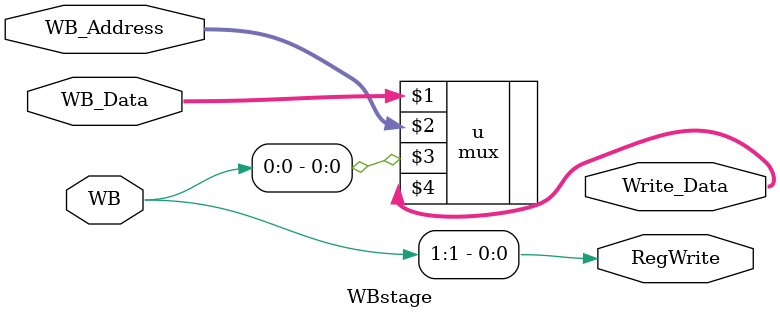
<source format=v>

module WBstage(WB, WB_Data, WB_Address, RegWrite, Write_Data);

input [1:0] WB;
input [31:0] WB_Data, WB_Address;
output RegWrite;
output [31:0] Write_Data;

assign RegWrite = WB[1];

mux u(WB_Data, WB_Address, WB[0], Write_Data);

endmodule
</source>
